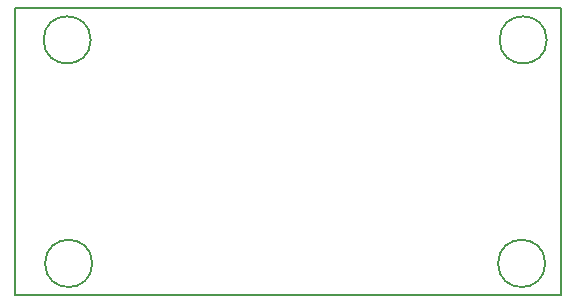
<source format=gbr>
G04 #@! TF.GenerationSoftware,KiCad,Pcbnew,(5.0.1-3-g963ef8bb5)*
G04 #@! TF.CreationDate,2020-10-05T18:58:13+01:00*
G04 #@! TF.ProjectId,CMOS_Battery_Holder,434D4F535F426174746572795F486F6C,rev?*
G04 #@! TF.SameCoordinates,Original*
G04 #@! TF.FileFunction,Profile,NP*
%FSLAX46Y46*%
G04 Gerber Fmt 4.6, Leading zero omitted, Abs format (unit mm)*
G04 Created by KiCad (PCBNEW (5.0.1-3-g963ef8bb5)) date Monday, 05 October 2020 at 18:58:13*
%MOMM*%
%LPD*%
G01*
G04 APERTURE LIST*
%ADD10C,0.150000*%
%ADD11C,0.200000*%
G04 APERTURE END LIST*
D10*
X129921000Y-80010000D02*
X129921000Y-104267000D01*
X176149000Y-104267000D02*
X129921000Y-104267000D01*
X176149000Y-80010000D02*
X176149000Y-104267000D01*
X129921000Y-80010000D02*
X176149000Y-80010000D01*
D11*
X136493000Y-101600000D02*
G75*
G03X136493000Y-101600000I-2000000J0D01*
G01*
X174974000Y-82677000D02*
G75*
G03X174974000Y-82677000I-2000000J0D01*
G01*
X174847000Y-101600000D02*
G75*
G03X174847000Y-101600000I-2000000J0D01*
G01*
X136366000Y-82677000D02*
G75*
G03X136366000Y-82677000I-2000000J0D01*
G01*
M02*

</source>
